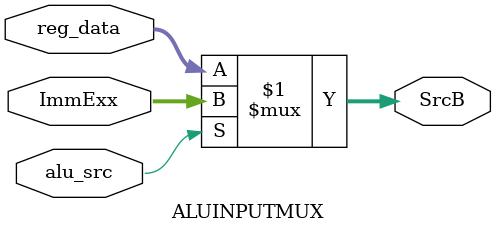
<source format=v>
`timescale 1ns / 1ps

module ALUINPUTMUX(
    input wire [31 : 0] reg_data,
    input wire [31 : 0] ImmExx ,
    input wire alu_src ,
    output wire [31:0] SrcB   
);
assign SrcB = (alu_src) ? ImmExx : reg_data ;
endmodule

</source>
